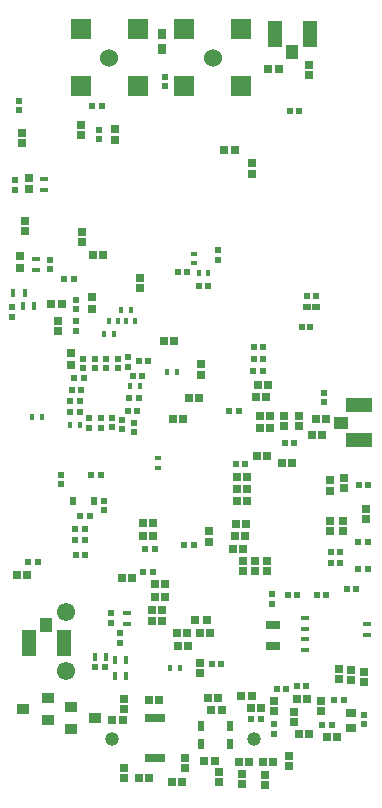
<source format=gbs>
G04*
G04 #@! TF.GenerationSoftware,Altium Limited,Altium Designer,24.2.2 (26)*
G04*
G04 Layer_Color=16711935*
%FSLAX44Y44*%
%MOMM*%
G71*
G04*
G04 #@! TF.SameCoordinates,E5005945-8A51-4B8D-8BE1-141B8C32279E*
G04*
G04*
G04 #@! TF.FilePolarity,Negative*
G04*
G01*
G75*
%ADD22R,0.7154X0.6725*%
%ADD28R,0.6725X0.7154*%
%ADD30R,0.5200X0.5200*%
%ADD42R,0.5200X0.5200*%
%ADD43R,0.6153X0.5725*%
%ADD46R,0.4100X0.6600*%
%ADD50R,0.5153X0.4725*%
%ADD59R,0.4000X0.5000*%
%ADD60R,0.5000X0.4000*%
%ADD64R,0.6750X0.4500*%
%ADD65R,0.4500X0.6750*%
%ADD91R,0.5500X0.5500*%
%ADD94R,0.4725X0.5393*%
%ADD105R,0.7500X0.7000*%
%ADD108R,0.7000X0.7500*%
%ADD110R,0.7000X0.6500*%
%ADD120R,1.1000X1.1500*%
%ADD121R,0.6600X0.6200*%
%ADD124R,1.1500X2.3000*%
%ADD126C,1.5500*%
%ADD127C,1.1900*%
%ADD149R,0.6000X0.8000*%
%ADD151R,0.6096X0.8382*%
%ADD155R,0.8121X0.7581*%
%ADD157R,1.7000X0.8000*%
%ADD158C,1.5240*%
%ADD159R,1.7780X1.7780*%
%ADD161R,1.7780X1.7780*%
%ADD162R,0.6500X0.8500*%
%ADD166R,1.0000X0.9000*%
%ADD167R,2.3000X1.1500*%
%ADD168R,1.1500X1.1000*%
%ADD169R,0.6500X0.7000*%
%ADD170R,0.7500X0.7500*%
%ADD171R,1.1500X0.7500*%
%ADD172R,0.7500X0.8000*%
%ADD173R,0.8000X0.7500*%
D22*
X176214Y83000D02*
D03*
X185786D02*
D03*
D28*
X174658Y234786D02*
D03*
Y225215D02*
D03*
X95000Y565214D02*
D03*
X75205Y422633D02*
D03*
X95000Y574785D02*
D03*
X75205Y432205D02*
D03*
X22000Y533565D02*
D03*
X15000Y467067D02*
D03*
X58204Y375419D02*
D03*
X22000Y523994D02*
D03*
X15000Y457496D02*
D03*
X58204Y384991D02*
D03*
D30*
X61600Y227000D02*
D03*
X69600D02*
D03*
X73600Y247000D02*
D03*
X65600D02*
D03*
X78500Y119000D02*
D03*
X86500D02*
D03*
X309009Y202081D02*
D03*
X301009D02*
D03*
X62000Y214000D02*
D03*
X70000D02*
D03*
X192000Y336000D02*
D03*
X200000D02*
D03*
X69600Y236000D02*
D03*
X61600D02*
D03*
X120675Y219500D02*
D03*
X128675D02*
D03*
X119000Y199500D02*
D03*
X127000D02*
D03*
X83149Y282000D02*
D03*
X75149D02*
D03*
X185000Y122000D02*
D03*
X177000D02*
D03*
X249449Y180001D02*
D03*
X241449D02*
D03*
X266070Y180512D02*
D03*
X274070D02*
D03*
X277658Y207001D02*
D03*
X285658D02*
D03*
X277658Y216764D02*
D03*
X285658D02*
D03*
X205102Y291446D02*
D03*
X197102D02*
D03*
X246770Y309001D02*
D03*
X238770D02*
D03*
X309096Y225087D02*
D03*
X301096D02*
D03*
X309511Y273632D02*
D03*
X301511D02*
D03*
X299449Y185720D02*
D03*
X291449D02*
D03*
X161658Y223001D02*
D03*
X153658D02*
D03*
X243000Y590000D02*
D03*
X251000D02*
D03*
X83672Y594089D02*
D03*
X75672D02*
D03*
X210400Y75000D02*
D03*
X232000Y101000D02*
D03*
X218400Y75000D02*
D03*
X270600Y70600D02*
D03*
X280600Y91600D02*
D03*
X257100Y102996D02*
D03*
X212255Y370225D02*
D03*
X212755Y390225D02*
D03*
X288600Y91600D02*
D03*
X249100Y102996D02*
D03*
X148000Y454000D02*
D03*
X174000Y442000D02*
D03*
X156000Y454000D02*
D03*
X115204Y378205D02*
D03*
X265482Y433804D02*
D03*
X278600Y70600D02*
D03*
X220755Y390225D02*
D03*
X220755Y380225D02*
D03*
X220255Y370225D02*
D03*
X240000Y101000D02*
D03*
X109895Y366080D02*
D03*
X60200Y447800D02*
D03*
X107205Y347205D02*
D03*
X105805Y336479D02*
D03*
X68604Y364205D02*
D03*
X66604Y354205D02*
D03*
X65204Y344330D02*
D03*
Y335205D02*
D03*
X257482Y433804D02*
D03*
X212755Y380225D02*
D03*
X166000Y442000D02*
D03*
X123204Y378205D02*
D03*
X52200Y447800D02*
D03*
X117895Y366080D02*
D03*
X115204Y347205D02*
D03*
X113804Y336479D02*
D03*
X60604Y364205D02*
D03*
X58604Y354205D02*
D03*
X57204Y344330D02*
D03*
Y335205D02*
D03*
D42*
X86000Y260000D02*
D03*
Y252000D02*
D03*
X92000Y165000D02*
D03*
Y157000D02*
D03*
X227897Y173001D02*
D03*
Y181001D02*
D03*
X137000Y619000D02*
D03*
Y611000D02*
D03*
X230000Y63000D02*
D03*
Y71000D02*
D03*
X49204Y282205D02*
D03*
X81834Y566000D02*
D03*
X182117Y471982D02*
D03*
X62409Y422205D02*
D03*
Y412000D02*
D03*
X182117Y463983D02*
D03*
X272255Y351475D02*
D03*
X81834Y574000D02*
D03*
X106204Y373605D02*
D03*
X97205Y372205D02*
D03*
X87205Y372246D02*
D03*
X78079D02*
D03*
X13837Y590642D02*
D03*
X10000Y531380D02*
D03*
X62409Y404000D02*
D03*
Y430205D02*
D03*
X68204Y372205D02*
D03*
X40000Y464000D02*
D03*
X8000Y416000D02*
D03*
X111205Y326205D02*
D03*
X101205Y328805D02*
D03*
X92204Y330205D02*
D03*
X83205Y329730D02*
D03*
X73204D02*
D03*
X49204Y274205D02*
D03*
X272255Y343475D02*
D03*
X106204Y381605D02*
D03*
X97205Y380205D02*
D03*
X78079Y380246D02*
D03*
X87205D02*
D03*
X40000Y456000D02*
D03*
X13837Y598642D02*
D03*
X10000Y523380D02*
D03*
X68204Y380205D02*
D03*
X8000Y424000D02*
D03*
X111205Y318205D02*
D03*
X101205Y320805D02*
D03*
X92204Y322205D02*
D03*
X73204Y321730D02*
D03*
X83205D02*
D03*
D43*
X21714Y208000D02*
D03*
X30286D02*
D03*
D46*
X19050Y436000D02*
D03*
X8950D02*
D03*
D50*
X260541Y407584D02*
D03*
X252969D02*
D03*
D59*
X142000Y118844D02*
D03*
X150000D02*
D03*
X104204Y412205D02*
D03*
X100204Y422000D02*
D03*
X97953Y412214D02*
D03*
X94068Y401621D02*
D03*
X147205Y369480D02*
D03*
X25204Y331205D02*
D03*
X174000Y453000D02*
D03*
X139205Y369480D02*
D03*
X108204Y422000D02*
D03*
X112204Y412205D02*
D03*
X89953Y412214D02*
D03*
X86068Y401621D02*
D03*
X107895Y356877D02*
D03*
X65204Y324330D02*
D03*
X33204Y331205D02*
D03*
X166000Y453000D02*
D03*
X115895Y356877D02*
D03*
X57204Y324330D02*
D03*
D60*
X131205Y288205D02*
D03*
X162117Y468982D02*
D03*
Y460982D02*
D03*
X131205Y296205D02*
D03*
D64*
X105000Y164625D02*
D03*
Y155375D02*
D03*
X256000Y160625D02*
D03*
Y151375D02*
D03*
X256000Y142625D02*
D03*
Y133375D02*
D03*
X308000Y156070D02*
D03*
Y146820D02*
D03*
X34937Y532215D02*
D03*
X28000Y464532D02*
D03*
X34937Y522965D02*
D03*
X28000Y455282D02*
D03*
D65*
X77875Y128118D02*
D03*
X87125D02*
D03*
X104625Y111805D02*
D03*
X95375D02*
D03*
X104625Y125305D02*
D03*
X95375D02*
D03*
X17454Y425000D02*
D03*
X26704D02*
D03*
D91*
X99000Y140000D02*
D03*
Y148000D02*
D03*
D94*
X306000Y78666D02*
D03*
Y71334D02*
D03*
D105*
X128541Y189848D02*
D03*
X137041D02*
D03*
X127250Y230462D02*
D03*
X118750D02*
D03*
X127250Y241000D02*
D03*
X118750D02*
D03*
X204908Y230000D02*
D03*
X196408D02*
D03*
X203408Y219001D02*
D03*
X194908D02*
D03*
X205908Y240002D02*
D03*
X197408D02*
D03*
X206908Y280012D02*
D03*
X198408D02*
D03*
X206908Y260007D02*
D03*
X198408D02*
D03*
X206908Y270010D02*
D03*
X198408D02*
D03*
X175871Y148250D02*
D03*
X167371D02*
D03*
X229000Y39000D02*
D03*
X199750D02*
D03*
X152250Y329238D02*
D03*
X166250Y347000D02*
D03*
X128541Y179000D02*
D03*
X157750Y347000D02*
D03*
X12250Y197000D02*
D03*
X20750D02*
D03*
X135250Y168000D02*
D03*
X126750D02*
D03*
X274750Y60000D02*
D03*
X259250Y63000D02*
D03*
X143750Y329238D02*
D03*
X250750Y63000D02*
D03*
X220500Y39000D02*
D03*
X283250Y60000D02*
D03*
X208250Y39000D02*
D03*
X137041Y179000D02*
D03*
D108*
X242000Y35750D02*
D03*
Y44250D02*
D03*
X203658Y208918D02*
D03*
Y200418D02*
D03*
X213658Y208918D02*
D03*
Y200418D02*
D03*
X223658Y209375D02*
D03*
Y200875D02*
D03*
X277395Y242901D02*
D03*
Y234400D02*
D03*
X287858Y242982D02*
D03*
Y234482D02*
D03*
X307658Y253251D02*
D03*
Y244751D02*
D03*
X154000Y33750D02*
D03*
Y42250D02*
D03*
X67000Y487250D02*
D03*
Y478750D02*
D03*
X246600Y80900D02*
D03*
X294600Y116600D02*
D03*
X284600Y117850D02*
D03*
X66298Y569750D02*
D03*
X305549Y114800D02*
D03*
X246600Y72400D02*
D03*
X66298Y578250D02*
D03*
X305549Y106300D02*
D03*
X294600Y108100D02*
D03*
X284600Y109350D02*
D03*
D110*
X261656Y315501D02*
D03*
X270156D02*
D03*
X214526Y348000D02*
D03*
X223026D02*
D03*
X144641Y395000D02*
D03*
X136141D02*
D03*
X236579Y291802D02*
D03*
X245079D02*
D03*
X273750Y329000D02*
D03*
X265250D02*
D03*
X109250Y194326D02*
D03*
X100750D02*
D03*
X226250Y322000D02*
D03*
X217750D02*
D03*
X226250Y332000D02*
D03*
X217750D02*
D03*
X224276Y357725D02*
D03*
X215776D02*
D03*
X157250Y137000D02*
D03*
X148750D02*
D03*
X214914Y298050D02*
D03*
X223414D02*
D03*
X210150Y85000D02*
D03*
X210650Y95000D02*
D03*
X151910Y22224D02*
D03*
X202150Y95000D02*
D03*
X182250Y93000D02*
D03*
X143410Y22224D02*
D03*
X123750Y91000D02*
D03*
X124250Y25000D02*
D03*
X218650Y85000D02*
D03*
X257350Y92600D02*
D03*
X147750Y148250D02*
D03*
X135250Y158000D02*
D03*
X126750D02*
D03*
X132250Y91000D02*
D03*
X248850Y92600D02*
D03*
X76750Y467809D02*
D03*
X156250Y148250D02*
D03*
X85250Y467809D02*
D03*
X173750Y93000D02*
D03*
X115750Y25000D02*
D03*
D120*
X37000Y155250D02*
D03*
X245000Y639952D02*
D03*
D121*
X265000Y424000D02*
D03*
X257200D02*
D03*
D124*
X51750Y140000D02*
D03*
X22250D02*
D03*
X259750Y655202D02*
D03*
X230250D02*
D03*
D126*
X53500Y116000D02*
D03*
Y166000D02*
D03*
D127*
X212560Y57975D02*
D03*
X92560D02*
D03*
D149*
X76918Y259699D02*
D03*
X59918D02*
D03*
D151*
X192400Y54253D02*
D03*
X167600D02*
D03*
Y69747D02*
D03*
X192400D02*
D03*
D155*
X295000Y67761D02*
D03*
Y80301D02*
D03*
D157*
X129000Y42000D02*
D03*
Y76000D02*
D03*
D158*
X178000Y634968D02*
D03*
X90000Y635222D02*
D03*
D159*
X202130Y610838D02*
D03*
Y659098D02*
D03*
X153870Y610838D02*
D03*
Y659098D02*
D03*
D161*
X65870Y611092D02*
D03*
X114130D02*
D03*
X65870Y659352D02*
D03*
X114130D02*
D03*
D162*
X135000Y642750D02*
D03*
Y655250D02*
D03*
D166*
X57500Y85500D02*
D03*
Y66500D02*
D03*
X78500Y76000D02*
D03*
X37922Y93500D02*
D03*
Y74500D02*
D03*
X16922Y84000D02*
D03*
D167*
X302000Y311250D02*
D03*
Y340750D02*
D03*
D168*
X286750Y326000D02*
D03*
D169*
X289140Y270478D02*
D03*
Y278978D02*
D03*
X238468Y331613D02*
D03*
Y323113D02*
D03*
X250658Y332000D02*
D03*
Y323500D02*
D03*
X277000Y268750D02*
D03*
Y277250D02*
D03*
X167000Y114375D02*
D03*
Y122875D02*
D03*
X183000Y21750D02*
D03*
X116000Y440078D02*
D03*
X222000Y28250D02*
D03*
X202560Y28660D02*
D03*
X116000Y448578D02*
D03*
X222000Y19750D02*
D03*
X202560Y20160D02*
D03*
X102560Y92129D02*
D03*
X102560Y25401D02*
D03*
X230000Y90250D02*
D03*
Y81750D02*
D03*
X269600Y82350D02*
D03*
Y90850D02*
D03*
X19000Y497250D02*
D03*
X16000Y571250D02*
D03*
X259000Y629250D02*
D03*
Y620750D02*
D03*
X102560Y83629D02*
D03*
X183000Y30250D02*
D03*
X46409Y412500D02*
D03*
X102560Y33901D02*
D03*
X16000Y562750D02*
D03*
X19000Y488750D02*
D03*
X46409Y404000D02*
D03*
D170*
X173121Y159021D02*
D03*
X163121D02*
D03*
D171*
X229000Y154500D02*
D03*
Y137500D02*
D03*
D172*
X211255Y545975D02*
D03*
X168000Y366250D02*
D03*
X211255Y536475D02*
D03*
X168000Y375750D02*
D03*
D173*
X187250Y557000D02*
D03*
X233750Y626000D02*
D03*
X102210Y74031D02*
D03*
X179750Y40000D02*
D03*
X50356Y426955D02*
D03*
X170250Y40000D02*
D03*
X224250Y626000D02*
D03*
X196750Y557000D02*
D03*
X92710Y74031D02*
D03*
X40857Y426955D02*
D03*
M02*

</source>
